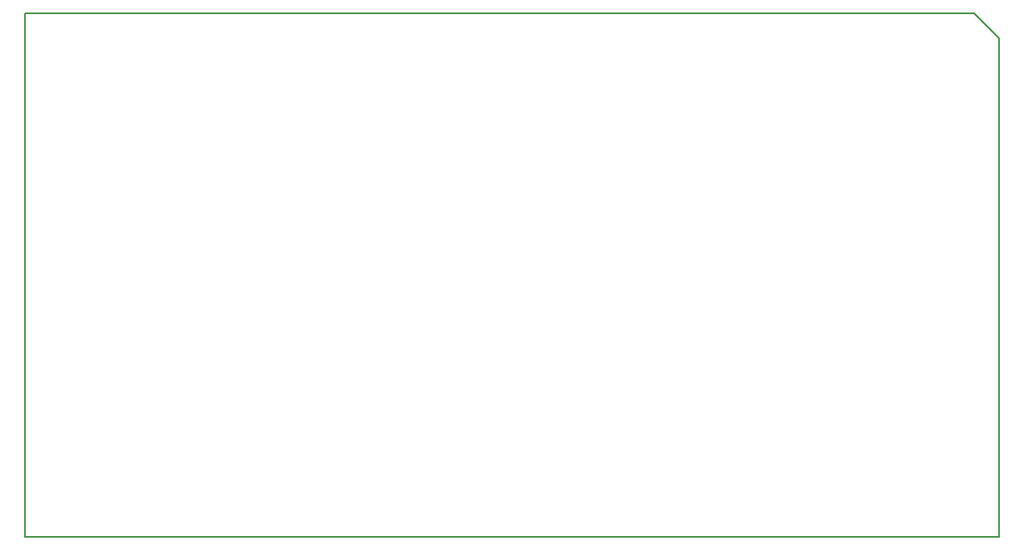
<source format=gbr>
%TF.GenerationSoftware,KiCad,Pcbnew,(6.0.5)*%
%TF.CreationDate,2022-06-20T15:17:27+02:00*%
%TF.ProjectId,vibrotactile_BCI_shield,76696272-6f74-4616-9374-696c655f4243,rev?*%
%TF.SameCoordinates,Original*%
%TF.FileFunction,Profile,NP*%
%FSLAX46Y46*%
G04 Gerber Fmt 4.6, Leading zero omitted, Abs format (unit mm)*
G04 Created by KiCad (PCBNEW (6.0.5)) date 2022-06-20 15:17:27*
%MOMM*%
%LPD*%
G01*
G04 APERTURE LIST*
%TA.AperFunction,Profile*%
%ADD10C,0.150000*%
%TD*%
G04 APERTURE END LIST*
D10*
X103378000Y-121666000D02*
X103378000Y-68326000D01*
X202438000Y-81026000D02*
X202438000Y-120396000D01*
X202438000Y-121666000D02*
X103378000Y-121666000D01*
X103378000Y-68326000D02*
X199898000Y-68326000D01*
X199898000Y-68326000D02*
X202438000Y-70866000D01*
X202438000Y-70866000D02*
X202438000Y-81026000D01*
X202438000Y-120396000D02*
X202438000Y-121666000D01*
M02*

</source>
